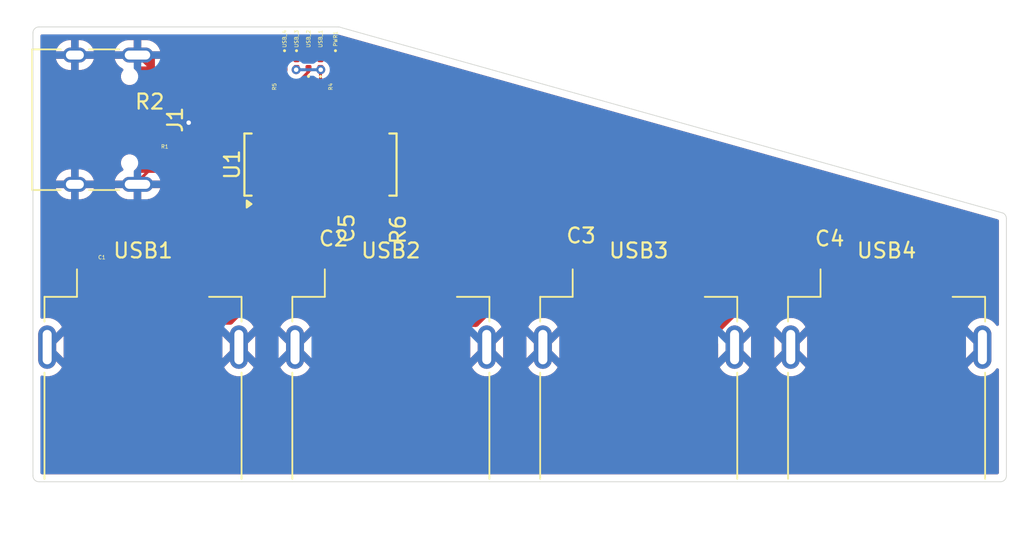
<source format=kicad_pcb>
(kicad_pcb (version 20240108) (generator "pcbnew") (generator_version "8.0")
  (layers (0 "F.Cu" signal) (31 "B.Cu" signal) (34 "B.Paste" user) (35 "F.Paste" user) (36 "B.SilkS" user "B.Silkscreen") (37 "F.SilkS" user "F.Silkscreen") (38 "B.Mask" user) (39 "F.Mask" user) (44 "Edge.Cuts" user))
  (net 0 "")
  (net 4 "D4_P")
  (net 5 "D3_P")
  (net 6 "+3.3V")
  (net 7 "Net-(U1-LED2)")
  (net 8 "Net-(U1-LED1{slash}EESCL)")
  (net 9 "D2_P")
  (net 10 "D1_P")
  (net 12 "D2_N")
  (net 13 "D4_N")
  (net 14 "+5V")
  (net 15 "Net-(U1-REXT)")
  (net 17 "D3_N")
  (net 18 "USB_DP")
  (net 19 "D1_N")
  (net 21 "GNDREF")
  (net 22 "USB_DM")
  (net 24 "Net-(J1-CC2)")
  (net 26 "Net-(J1-CC1)")
  (net 27 "Net-(U1-VD18)")
  (net 28 "Net-(U1-DRV)")
  (net 29 "Net-(PWR1-A)")
  (net 30 "Net-(USB_1-K)")
  (net 31 "Net-(USB_2-K)")
  (footprint "Connector_USB:USB_A_Receptacle_GCT_USB1046" (layer "F.Cu") (at 174.4 110.55)
    (property "Reference" "USB4" (at 0 -10 0) (layer "F.SilkS"))
    (property "Value" "USB_A")
    (fp_line (start -6.58 -6.91) (end -6.58 -5.26) (stroke (width 0.12)) (layer "F.SilkS"))
    (fp_line (start -6.58 -1.84) (end -6.58 5.25) (stroke (width 0.12)) (layer "F.SilkS"))
    (fp_line (start -4.41 -6.91) (end -6.58 -6.91) (stroke (width 0.12)) (layer "F.SilkS"))
    (fp_line (start -4.41 -6.91) (end -4.41 -8.75) (stroke (width 0.12)) (layer "F.SilkS"))
    (fp_line (start 4.41 -6.91) (end 6.58 -6.91) (stroke (width 0.12)) (layer "F.SilkS"))
    (fp_line (start 6.58 -6.91) (end 6.58 -5.26) (stroke (width 0.12)) (layer "F.SilkS"))
    (fp_line (start 6.58 -1.84) (end 6.58 5.25) (stroke (width 0.12)) (layer "F.SilkS"))
    (pad "1" smd roundrect (at -3.5 -7.25) (size 1.3 3) (layers "F.Cu" "F.Paste" "F.Mask") (net 14 "+5V"))
    (pad "2" smd roundrect (at -1 -7.25) (size 1.3 3) (layers "F.Cu" "F.Paste" "F.Mask") (net 13 "D4_N"))
    (pad "3" smd roundrect (at 1 -7.25) (size 1.3 3) (layers "F.Cu" "F.Paste" "F.Mask") (net 4 "D4_P"))
    (pad "4" smd roundrect (at 3.5 -7.25) (size 1.3 3) (layers "F.Cu" "F.Paste" "F.Mask") (net 21 "GNDREF"))
    (pad "5" thru_hole oval (at -6.4 -3.55) (size 1.2 2.9) (drill oval 0.6 2.3) (layers "*.Cu" "*.Mask") (net 21 "GNDREF"))
    (pad "5" thru_hole oval (at 6.4 -3.55) (size 1.2 2.9) (drill oval 0.6 2.3) (layers "*.Cu" "*.Mask") (net 21 "GNDREF"))
  )
  (footprint "Resistor_SMD:R_0201_0603Metric" (layer "F.Cu") (at 134.2 89.595 90)
    (property "Reference" "R5" (hide yes))
    (property "Value" "100ohm" (hide yes))
    (fp_text user "${REFERENCE}" (at 0 -0.68 90) (layer "F.SilkS") (effects (font (size 0.25 0.25) (thickness 0.04))))
    (pad "1" smd roundrect (at -0.32 0 90) (size 0.46 0.4) (layers "F.Cu" "F.Mask") (net 7 "Net-(U1-LED2)"))
    (pad "2" smd roundrect (at 0.32 0 90) (size 0.46 0.4) (layers "F.Cu" "F.Mask") (net 31 "Net-(USB_2-K)"))
  )
  (footprint "Resistor_SMD:R_01005_0402Metric" (layer "F.Cu") (at 127.2 90.6 180)
    (property "Reference" "R2" (at 2 0 360) (layer "F.SilkS"))
    (property "Value" "5.1k" (hide yes))
    (pad "1" smd roundrect (at -0.25 0 180) (size 0.4 0.3) (layers "F.Cu" "F.Mask") (net 21 "GNDREF"))
    (pad "2" smd roundrect (at 0.25 0 180) (size 0.4 0.3) (layers "F.Cu" "F.Mask") (net 26 "Net-(J1-CC1)"))
  )
  (footprint "Diode_SMD:D_0201_0603Metric" (layer "F.Cu") (at 134.2 88.05 -90)
    (property "Reference" "USB_4" (hide yes))
    (property "Value" "G-LED" (hide yes))
    (fp_circle (center -0.86 0) (end -0.81 0) (stroke (width 0.1)) (fill none) (layer "F.SilkS"))
    (fp_text user "${REFERENCE}" (at -1.655 0 90) (layer "F.SilkS") (effects (font (size 0.25 0.25) (thickness 0.04))))
    (pad "1" smd roundrect (at -0.32 0 270) (size 0.46 0.4) (layers "F.Cu" "F.Mask") (net 21 "GNDREF"))
    (pad "2" smd roundrect (at 0.32 0 270) (size 0.46 0.4) (layers "F.Cu" "F.Mask") (net 31 "Net-(USB_2-K)"))
  )
  (footprint "Resistor_SMD:R_01005_0402Metric" (layer "F.Cu") (at 127.2 93.6 180)
    (property "Reference" "R1" (hide yes))
    (property "Value" "5.1k" (hide yes))
    (fp_text user "${REFERENCE}" (at 1 0 360) (layer "F.SilkS") (effects (font (size 0.25 0.25) (thickness 0.04))))
    (pad "1" smd roundrect (at -0.25 0 180) (size 0.4 0.3) (layers "F.Cu" "F.Mask") (net 21 "GNDREF"))
    (pad "2" smd roundrect (at 0.25 0 180) (size 0.4 0.3) (layers "F.Cu" "F.Mask") (net 24 "Net-(J1-CC2)"))
  )
  (footprint "Connector_USB:USB_A_Receptacle_GCT_USB1046" (layer "F.Cu") (at 124.75 110.55)
    (property "Reference" "USB1" (at 0 -10 0) (layer "F.SilkS"))
    (property "Value" "USB_A")
    (fp_line (start -6.58 -6.91) (end -6.58 -5.26) (stroke (width 0.12)) (layer "F.SilkS"))
    (fp_line (start -6.58 -1.84) (end -6.58 5.25) (stroke (width 0.12)) (layer "F.SilkS"))
    (fp_line (start -4.41 -6.91) (end -6.58 -6.91) (stroke (width 0.12)) (layer "F.SilkS"))
    (fp_line (start -4.41 -6.91) (end -4.41 -8.75) (stroke (width 0.12)) (layer "F.SilkS"))
    (fp_line (start 4.41 -6.91) (end 6.58 -6.91) (stroke (width 0.12)) (layer "F.SilkS"))
    (fp_line (start 6.58 -6.91) (end 6.58 -5.26) (stroke (width 0.12)) (layer "F.SilkS"))
    (fp_line (start 6.58 -1.84) (end 6.58 5.25) (stroke (width 0.12)) (layer "F.SilkS"))
    (pad "1" smd roundrect (at -3.5 -7.25) (size 1.3 3) (layers "F.Cu" "F.Paste" "F.Mask") (net 14 "+5V"))
    (pad "2" smd roundrect (at -1 -7.25) (size 1.3 3) (layers "F.Cu" "F.Paste" "F.Mask") (net 19 "D1_N"))
    (pad "3" smd roundrect (at 1 -7.25) (size 1.3 3) (layers "F.Cu" "F.Paste" "F.Mask") (net 10 "D1_P"))
    (pad "4" smd roundrect (at 3.5 -7.25) (size 1.3 3) (layers "F.Cu" "F.Paste" "F.Mask") (net 21 "GNDREF"))
    (pad "5" thru_hole oval (at -6.4 -3.55) (size 1.2 2.9) (drill oval 0.6 2.3) (layers "*.Cu" "*.Mask") (net 21 "GNDREF"))
    (pad "5" thru_hole oval (at 6.4 -3.55) (size 1.2 2.9) (drill oval 0.6 2.3) (layers "*.Cu" "*.Mask") (net 21 "GNDREF"))
  )
  (footprint "Resistor_SMD:R_0201_0603Metric" (layer "F.Cu") (at 137.6 89.6 -90)
    (property "Reference" "R3" (hide yes))
    (property "Value" "100ohm" (hide yes))
    (pad "1" smd roundrect (at -0.32 0 270) (size 0.46 0.4) (layers "F.Cu" "F.Mask") (net 29 "Net-(PWR1-A)"))
    (pad "2" smd roundrect (at 0.32 0 270) (size 0.46 0.4) (layers "F.Cu" "F.Mask") (net 28 "Net-(U1-DRV)"))
  )
  (footprint "Capacitor_SMD:C_0201_0603Metric" (layer "F.Cu") (at 154 100.6)
    (property "Reference" "C3" (at 0 -1.05 0) (layer "F.SilkS"))
    (property "Value" "10uf")
    (pad "1" smd roundrect (at -0.32 0) (size 0.46 0.4) (layers "F.Cu" "F.Mask") (net 21 "GNDREF"))
    (pad "2" smd roundrect (at 0.32 0) (size 0.46 0.4) (layers "F.Cu" "F.Mask") (net 14 "+5V"))
  )
  (footprint "Package_SO:SSOP-28_3.9x9.9mm_P0.635mm" (layer "F.Cu") (at 136.6 94.8 90)
    (property "Reference" "U1" (at 0 -5.9 90) (layer "F.SilkS"))
    (property "Value" "FE1.1s")
    (fp_line (start 2.075 -5.08) (end 2.075 -4.6) (stroke (width 0.15)) (layer "F.SilkS"))
    (fp_line (start -2.075 -5.08) (end 2.075 -5.08) (stroke (width 0.15)) (layer "F.SilkS"))
    (fp_line (start -2.075 -5.08) (end -2.075 -4.6) (stroke (width 0.15)) (layer "F.SilkS"))
    (fp_line (start 2.075 5.08) (end 2.075 4.6) (stroke (width 0.15)) (layer "F.SilkS"))
    (fp_line (start -2.075 5.08) (end -2.075 4.6) (stroke (width 0.15)) (layer "F.SilkS"))
    (fp_line (start -2.075 5.08) (end 2.075 5.08) (stroke (width 0.15)) (layer "F.SilkS"))
    (fp_poly (pts (xy -2.6375 -4.6) (xy -2.8775 -4.93) (xy -2.3975 -4.93) (xy -2.6375 -4.6)) (stroke (width 0.12)) (fill solid) (layer "F.SilkS"))
    (pad "1" smd rect (at -2.6 -4.1275 90) (size 1.2 0.4) (layers "F.Cu" "F.Paste" "F.Mask") (net 21 "GNDREF"))
    (pad "2" smd rect (at -2.6 -3.4925 90) (size 1.2 0.4) (layers "F.Cu" "F.Paste" "F.Mask"))
    (pad "3" smd rect (at -2.6 -2.8575 90) (size 1.2 0.4) (layers "F.Cu" "F.Paste" "F.Mask"))
    (pad "4" smd rect (at -2.6 -2.2225 90) (size 1.2 0.4) (layers "F.Cu" "F.Paste" "F.Mask") (net 13 "D4_N"))
    (pad "5" smd rect (at -2.6 -1.5875 90) (size 1.2 0.4) (layers "F.Cu" "F.Paste" "F.Mask") (net 4 "D4_P"))
    (pad "6" smd rect (at -2.6 -0.9525 90) (size 1.2 0.4) (layers "F.Cu" "F.Paste" "F.Mask") (net 17 "D3_N"))
    (pad "7" smd rect (at -2.6 -0.3175 90) (size 1.2 0.4) (layers "F.Cu" "F.Paste" "F.Mask") (net 5 "D3_P"))
    (pad "8" smd rect (at -2.6 0.3175 90) (size 1.2 0.4) (layers "F.Cu" "F.Paste" "F.Mask") (net 12 "D2_N"))
    (pad "9" smd rect (at -2.6 0.9525 90) (size 1.2 0.4) (layers "F.Cu" "F.Paste" "F.Mask") (net 9 "D2_P"))
    (pad "10" smd rect (at -2.6 1.5875 90) (size 1.2 0.4) (layers "F.Cu" "F.Paste" "F.Mask") (net 19 "D1_N"))
    (pad "11" smd rect (at -2.6 2.2225 90) (size 1.2 0.4) (layers "F.Cu" "F.Paste" "F.Mask") (net 10 "D1_P"))
    (pad "12" smd rect (at -2.6 2.8575 90) (size 1.2 0.4) (layers "F.Cu" "F.Paste" "F.Mask") (net 27 "Net-(U1-VD18)"))
    (pad "13" smd rect (at -2.6 3.4925 90) (size 1.2 0.4) (layers "F.Cu" "F.Paste" "F.Mask") (net 6 "+3.3V"))
    (pad "14" smd rect (at -2.6 4.1275 90) (size 1.2 0.4) (layers "F.Cu" "F.Paste" "F.Mask") (net 15 "Net-(U1-REXT)"))
    (pad "15" smd rect (at 2.6 4.1275 90) (size 1.2 0.4) (layers "F.Cu" "F.Paste" "F.Mask") (net 22 "USB_DM"))
    (pad "16" smd rect (at 2.6 3.4925 90) (size 1.2 0.4) (layers "F.Cu" "F.Paste" "F.Mask") (net 18 "USB_DP"))
    (pad "17" smd rect (at 2.6 2.8575 90) (size 1.2 0.4) (layers "F.Cu" "F.Paste" "F.Mask") (net 6 "+3.3V"))
    (pad "18" smd rect (at 2.6 2.2225 90) (size 1.2 0.4) (layers "F.Cu" "F.Paste" "F.Mask"))
    (pad "19" smd rect (at 2.6 1.5875 90) (size 1.2 0.4) (layers "F.Cu" "F.Paste" "F.Mask") (net 6 "+3.3V"))
    (pad "20" smd rect (at 2.6 0.9525 90) (size 1.2 0.4) (layers "F.Cu" "F.Paste" "F.Mask") (net 14 "+5V"))
    (pad "21" smd rect (at 2.6 0.3175 90) (size 1.2 0.4) (layers "F.Cu" "F.Paste" "F.Mask") (net 6 "+3.3V"))
    (pad "22" smd rect (at 2.6 -0.3175 90) (size 1.2 0.4) (layers "F.Cu" "F.Paste" "F.Mask") (net 28 "Net-(U1-DRV)"))
    (pad "23" smd rect (at 2.6 -0.9525 90) (size 1.2 0.4) (layers "F.Cu" "F.Paste" "F.Mask") (net 8 "Net-(U1-LED1{slash}EESCL)"))
    (pad "24" smd rect (at 2.6 -1.5875 90) (size 1.2 0.4) (layers "F.Cu" "F.Paste" "F.Mask") (net 7 "Net-(U1-LED2)"))
    (pad "25" smd rect (at 2.6 -2.2225 90) (size 1.2 0.4) (layers "F.Cu" "F.Paste" "F.Mask"))
    (pad "26" smd rect (at 2.6 -2.8575 90) (size 1.2 0.4) (layers "F.Cu" "F.Paste" "F.Mask"))
    (pad "27" smd rect (at 2.6 -3.4925 90) (size 1.2 0.4) (layers "F.Cu" "F.Paste" "F.Mask"))
    (pad "28" smd rect (at 2.6 -4.1275 90) (size 1.2 0.4) (layers "F.Cu" "F.Paste" "F.Mask") (net 27 "Net-(U1-VD18)"))
  )
  (footprint "Capacitor_SMD:C_0201_0603Metric" (layer "F.Cu") (at 170.6 100.8)
    (property "Reference" "C4" (at 0 -1.05 0) (layer "F.SilkS"))
    (property "Value" "10uf")
    (pad "1" smd roundrect (at -0.32 0) (size 0.46 0.4) (layers "F.Cu" "F.Mask") (net 21 "GNDREF"))
    (pad "2" smd roundrect (at 0.32 0) (size 0.46 0.4) (layers "F.Cu" "F.Mask") (net 14 "+5V"))
  )
  (footprint "Connector_USB:USB_A_Receptacle_GCT_USB1046" (layer "F.Cu") (at 157.85 110.55)
    (property "Reference" "USB3" (at 0 -10 0) (layer "F.SilkS"))
    (property "Value" "USB_A")
    (fp_line (start -6.58 -6.91) (end -6.58 -5.26) (stroke (width 0.12)) (layer "F.SilkS"))
    (fp_line (start -6.58 -1.84) (end -6.58 5.25) (stroke (width 0.12)) (layer "F.SilkS"))
    (fp_line (start -4.41 -6.91) (end -6.58 -6.91) (stroke (width 0.12)) (layer "F.SilkS"))
    (fp_line (start -4.41 -6.91) (end -4.41 -8.75) (stroke (width 0.12)) (layer "F.SilkS"))
    (fp_line (start 4.41 -6.91) (end 6.58 -6.91) (stroke (width 0.12)) (layer "F.SilkS"))
    (fp_line (start 6.58 -6.91) (end 6.58 -5.26) (stroke (width 0.12)) (layer "F.SilkS"))
    (fp_line (start 6.58 -1.84) (end 6.58 5.25) (stroke (width 0.12)) (layer "F.SilkS"))
    (pad "1" smd roundrect (at -3.5 -7.25) (size 1.3 3) (layers "F.Cu" "F.Paste" "F.Mask") (net 14 "+5V"))
    (pad "2" smd roundrect (at -1 -7.25) (size 1.3 3) (layers "F.Cu" "F.Paste" "F.Mask") (net 17 "D3_N"))
    (pad "3" smd roundrect (at 1 -7.25) (size 1.3 3) (layers "F.Cu" "F.Paste" "F.Mask") (net 5 "D3_P"))
    (pad "4" smd roundrect (at 3.5 -7.25) (size 1.3 3) (layers "F.Cu" "F.Paste" "F.Mask") (net 21 "GNDREF"))
    (pad "5" thru_hole oval (at -6.4 -3.55) (size 1.2 2.9) (drill oval 0.6 2.3) (layers "*.Cu" "*.Mask") (net 21 "GNDREF"))
    (pad "5" thru_hole oval (at 6.4 -3.55) (size 1.2 2.9) (drill oval 0.6 2.3) (layers "*.Cu" "*.Mask") (net 21 "GNDREF"))
  )
  (footprint "Capacitor_SMD:C_0201_0603Metric" (layer "F.Cu") (at 121 101)
    (property "Reference" "C1" (hide yes))
    (property "Value" "10uf" (hide yes))
    (fp_text user "${REFERENCE}" (at 1 0 0) (layer "F.SilkS") (effects (font (size 0.25 0.25) (thickness 0.04))))
    (pad "1" smd roundrect (at -0.32 0) (size 0.46 0.4) (layers "F.Cu" "F.Mask") (net 21 "GNDREF"))
    (pad "2" smd roundrect (at 0.32 0) (size 0.46 0.4) (layers "F.Cu" "F.Mask") (net 14 "+5V"))
  )
  (footprint "Diode_SMD:D_0201_0603Metric" (layer "F.Cu") (at 135.8 88.05 90)
    (property "Reference" "USB_2" (hide yes))
    (property "Value" "G-LED" (hide yes))
    (fp_circle (center -0.86 0) (end -0.81 0) (stroke (width 0.1)) (fill none) (layer "F.SilkS"))
    (fp_text user "${REFERENCE}" (at 1.655 0 90) (layer "F.SilkS") (effects (font (size 0.25 0.25) (thickness 0.04))))
    (pad "1" smd roundrect (at -0.32 0 90) (size 0.46 0.4) (layers "F.Cu" "F.Mask") (net 31 "Net-(USB_2-K)"))
    (pad "2" smd roundrect (at 0.32 0 90) (size 0.46 0.4) (layers "F.Cu" "F.Mask") (net 21 "GNDREF"))
  )
  (footprint "Connector_USB:USB_C_Receptacle_HRO_TYPE-C-31-M-12" (layer "F.Cu") (at 121.25 91.8 -90)
    (property "Reference" "J1" (at 0 -5.645 90) (layer "F.SilkS"))
    (property "Value" "TYPE_C")
    (fp_line (start -4.7 3.9) (end 4.7 3.9) (stroke (width 0.12)) (layer "F.SilkS"))
    (fp_line (start -4.7 2) (end -4.7 3.9) (stroke (width 0.12)) (layer "F.SilkS"))
    (fp_line (start 4.7 2) (end 4.7 3.9) (stroke (width 0.12)) (layer "F.SilkS"))
    (fp_line (start -4.7 -1.9) (end -4.7 0.1) (stroke (width 0.12)) (layer "F.SilkS"))
    (fp_line (start 4.7 -1.9) (end 4.7 0.1) (stroke (width 0.12)) (layer "F.SilkS"))
    (pad "" np_thru_hole circle (at -2.89 -2.6 270) (size 0.65 0.65) (drill 0.65) (layers "*.Cu" "*.Mask"))
    (pad "" np_thru_hole circle (at 2.89 -2.6 270) (size 0.65 0.65) (drill 0.65) (layers "*.Cu" "*.Mask"))
    (pad "A1" smd rect (at -3.25 -4.045 270) (size 0.6 1.45) (layers "F.Cu" "F.Paste" "F.Mask") (net 21 "GNDREF"))
    (pad "A4" smd rect (at -2.45 -4.045 270) (size 0.6 1.45) (layers "F.Cu" "F.Paste" "F.Mask") (net 14 "+5V"))
    (pad "A5" smd rect (at -1.25 -4.045 270) (size 0.3 1.45) (layers "F.Cu" "F.Paste" "F.Mask") (net 26 "Net-(J1-CC1)"))
    (pad "A6" smd rect (at -0.25 -4.045 270) (size 0.3 1.45) (layers "F.Cu" "F.Paste" "F.Mask") (net 18 "USB_DP"))
    (pad "A7" smd rect (at 0.25 -4.045 270) (size 0.3 1.45) (layers "F.Cu" "F.Paste" "F.Mask") (net 22 "USB_DM"))
    (pad "A8" smd rect (at 1.25 -4.045 270) (size 0.3 1.45) (layers "F.Cu" "F.Paste" "F.Mask"))
    (pad "A9" smd rect (at 2.45 -4.045 270) (size 0.6 1.45) (layers "F.Cu" "F.Paste" "F.Mask") (net 14 "+5V"))
    (pad "A12" smd rect (at 3.25 -4.045 270) (size 0.6 1.45) (layers "F.Cu" "F.Paste" "F.Mask") (net 21 "GNDREF"))
    (pad "B1" smd rect (at 3.25 -4.045 270) (size 0.6 1.45) (layers "F.Cu" "F.Paste" "F.Mask") (net 21 "GNDREF"))
    (pad "B4" smd rect (at 2.45 -4.045 270) (size 0.6 1.45) (layers "F.Cu" "F.Paste" "F.Mask") (net 14 "+5V"))
    (pad "B5" smd rect (at 1.75 -4.045 270) (size 0.3 1.45) (layers "F.Cu" "F.Paste" "F.Mask") (net 24 "Net-(J1-CC2)"))
    (pad "B6" smd rect (at 0.75 -4.045 270) (size 0.3 1.45) (layers "F.Cu" "F.Paste" "F.Mask") (net 18 "USB_DP"))
    (pad "B7" smd rect (at -0.75 -4.045 270) (size 0.3 1.45) (layers "F.Cu" "F.Paste" "F.Mask") (net 22 "USB_DM"))
    (pad "B8" smd rect (at -1.75 -4.045 270) (size 0.3 1.45) (layers "F.Cu" "F.Paste" "F.Mask"))
    (pad "B9" smd rect (at -2.45 -4.045 270) (size 0.6 1.45) (layers "F.Cu" "F.Paste" "F.Mask") (net 14 "+5V"))
    (pad "B12" smd rect (at -3.25 -4.045 270) (size 0.6 1.45) (layers "F.Cu" "F.Paste" "F.Mask") (net 21 "GNDREF"))
    (pad "S1" thru_hole oval (at -4.32 -3.13 270) (size 1 2.1) (drill oval 0.6 1.7) (layers "*.Cu" "*.Mask") (net 21 "GNDREF"))
    (pad "S1" thru_hole oval (at -4.32 1.05 270) (size 1 1.6) (drill oval 0.6 1.2) (layers "*.Cu" "*.Mask") (net 21 "GNDREF"))
    (pad "S1" thru_hole oval (at 4.32 -3.13 270) (size 1 2.1) (drill oval 0.6 1.7) (layers "*.Cu" "*.Mask") (net 21 "GNDREF"))
    (pad "S1" thru_hole oval (at 4.32 1.05 270) (size 1 1.6) (drill oval 0.6 1.2) (layers "*.Cu" "*.Mask") (net 21 "GNDREF"))
  )
  (footprint "Capacitor_SMD:C_0201_0603Metric" (layer "F.Cu") (at 137.48 100.8)
    (property "Reference" "C2" (at 0 -1.05 0) (layer "F.SilkS"))
    (property "Value" "10uf")
    (pad "1" smd roundrect (at -0.32 0) (size 0.46 0.4) (layers "F.Cu" "F.Mask") (net 21 "GNDREF"))
    (pad "2" smd roundrect (at 0.32 0) (size 0.46 0.4) (layers "F.Cu" "F.Mask") (net 14 "+5V"))
  )
  (footprint "Capacitor_SMD:C_0201_0603Metric" (layer "F.Cu") (at 139.4 99.055 90)
    (property "Reference" "C5" (at 0 -1.05 90) (layer "F.SilkS"))
    (property "Value" "10uf")
    (pad "1" smd roundrect (at -0.32 0 90) (size 0.46 0.4) (layers "F.Cu" "F.Mask") (net 21 "GNDREF"))
    (pad "2" smd roundrect (at 0.32 0 90) (size 0.46 0.4) (layers "F.Cu" "F.Mask") (net 27 "Net-(U1-VD18)"))
  )
  (footprint "Resistor_SMD:R_0201_0603Metric" (layer "F.Cu") (at 140.7275 99.145 -90)
    (property "Reference" "R6" (at 0 -1.05 90) (layer "F.SilkS"))
    (property "Value" "2.7k ohm" (hide yes))
    (pad "1" smd roundrect (at -0.32 0 270) (size 0.46 0.4) (layers "F.Cu" "F.Mask") (net 15 "Net-(U1-REXT)"))
    (pad "2" smd roundrect (at 0.32 0 270) (size 0.46 0.4) (layers "F.Cu" "F.Mask") (net 21 "GNDREF"))
  )
  (footprint "Resistor_SMD:R_0201_0603Metric" (layer "F.Cu") (at 136.6 89.595 -90)
    (property "Reference" "R4" (hide yes))
    (property "Value" "100ohm" (hide yes))
    (fp_text user "${REFERENCE}" (at 0 -0.68 90) (layer "F.SilkS") (effects (font (size 0.25 0.25) (thickness 0.04))))
    (pad "1" smd roundrect (at -0.32 0 270) (size 0.46 0.4) (layers "F.Cu" "F.Mask") (net 30 "Net-(USB_1-K)"))
    (pad "2" smd roundrect (at 0.32 0 270) (size 0.46 0.4) (layers "F.Cu" "F.Mask") (net 8 "Net-(U1-LED1{slash}EESCL)"))
  )
  (footprint "Diode_SMD:D_0201_0603Metric" (layer "F.Cu") (at 136.6 88.05 90)
    (property "Reference" "USB_1" (hide yes))
    (property "Value" "G-LED" (hide yes))
    (fp_circle (center -0.86 0) (end -0.81 0) (stroke (width 0.1)) (fill none) (layer "F.SilkS"))
    (fp_text user "${REFERENCE}" (at 1.655 0 90) (layer "F.SilkS") (effects (font (size 0.25 0.25) (thickness 0.04))))
    (pad "1" smd roundrect (at -0.32 0 90) (size 0.46 0.4) (layers "F.Cu" "F.Mask") (net 30 "Net-(USB_1-K)"))
    (pad "2" smd roundrect (at 0.32 0 90) (size 0.46 0.4) (layers "F.Cu" "F.Mask") (net 21 "GNDREF"))
  )
  (footprint "Diode_SMD:D_0201_0603Metric" (layer "F.Cu") (at 137.6 88.05 -90)
    (property "Reference" "PWR1" (hide yes))
    (property "Value" "R-LED" (hide yes))
    (fp_circle (center -0.86 0) (end -0.81 0) (stroke (width 0.1)) (fill none) (layer "F.SilkS"))
    (fp_text user "${REFERENCE}" (at -1.65 0 90) (layer "F.SilkS") (effects (font (size 0.25 0.25) (thickness 0.04))))
    (pad "1" smd roundrect (at -0.32 0 270) (size 0.46 0.4) (layers "F.Cu" "F.Mask") (net 21 "GNDREF"))
    (pad "2" smd roundrect (at 0.32 0 270) (size 0.46 0.4) (layers "F.Cu" "F.Mask") (net 29 "Net-(PWR1-A)"))
  )
  (footprint "Diode_SMD:D_0201_0603Metric" (layer "F.Cu") (at 135 88.05 -90)
    (property "Reference" "USB_3" (hide yes))
    (property "Value" "G-LED" (hide yes))
    (fp_circle (center -0.86 0) (end -0.81 0) (stroke (width 0.1)) (fill none) (layer "F.SilkS"))
    (fp_text user "${REFERENCE}" (at -1.655 0 90) (layer "F.SilkS") (effects (font (size 0.25 0.25) (thickness 0.04))))
    (pad "1" smd roundrect (at -0.32 0 270) (size 0.46 0.4) (layers "F.Cu" "F.Mask") (net 21 "GNDREF"))
    (pad "2" smd roundrect (at 0.32 0 270) (size 0.46 0.4) (layers "F.Cu" "F.Mask") (net 30 "Net-(USB_1-K)"))
  )
  (footprint "Connector_USB:USB_A_Receptacle_GCT_USB1046" (layer "F.Cu") (at 141.3 110.55)
    (property "Reference" "USB2" (at 0 -10 0) (layer "F.SilkS"))
    (property "Value" "USB_A")
    (fp_line (start -6.58 -6.91) (end -6.58 -5.26) (stroke (width 0.12)) (layer "F.SilkS"))
    (fp_line (start -6.58 -1.84) (end -6.58 5.25) (stroke (width 0.12)) (layer "F.SilkS"))
    (fp_line (start -4.41 -6.91) (end -6.58 -6.91) (stroke (width 0.12)) (layer "F.SilkS"))
    (fp_line (start -4.41 -6.91) (end -4.41 -8.75) (stroke (width 0.12)) (layer "F.SilkS"))
    (fp_line (start 4.41 -6.91) (end 6.58 -6.91) (stroke (width 0.12)) (layer "F.SilkS"))
    (fp_line (start 6.58 -6.91) (end 6.58 -5.26) (stroke (width 0.12)) (layer "F.SilkS"))
    (fp_line (start 6.58 -1.84) (end 6.58 5.25) (stroke (width 0.12)) (layer "F.SilkS"))
    (pad "1" smd roundrect (at -3.5 -7.25) (size 1.3 3) (layers "F.Cu" "F.Paste" "F.Mask") (net 14 "+5V"))
    (pad "2" smd roundrect (at -1 -7.25) (size 1.3 3) (layers "F.Cu" "F.Paste" "F.Mask") (net 12 "D2_N"))
    (pad "3" smd roundrect (at 1 -7.25) (size 1.3 3) (layers "F.Cu" "F.Paste" "F.Mask") (net 9 "D2_P"))
    (pad "4" smd roundrect (at 3.5 -7.25) (size 1.3 3) (layers "F.Cu" "F.Paste" "F.Mask") (net 21 "GNDREF"))
    (pad "5" thru_hole oval (at -6.4 -3.55) (size 1.2 2.9) (drill oval 0.6 2.3) (layers "*.Cu" "*.Mask") (net 21 "GNDREF"))
    (pad "5" thru_hole oval (at 6.4 -3.55) (size 1.2 2.9) (drill oval 0.6 2.3) (layers "*.Cu" "*.Mask") (net 21 "GNDREF"))
  )
  (gr_line (start 182.4 115.6) (end 182.4 98.4) (stroke (width 0.05)) (layer "Edge.Cuts"))
  (gr_arc (start 117.4 86) (mid 117.517157 85.717157) (end 117.8 85.6) (stroke (width 0.05)) (layer "Edge.Cuts"))
  (gr_arc (start 182.178885 98.04223) (mid 182.340259 98.189708) (end 182.399999 98.4) (stroke (width 0.05)) (layer "Edge.Cuts"))
  (gr_line (start 182.178885 98.04223) (end 137.978885 85.642229) (stroke (width 0.05)) (layer "Edge.Cuts"))
  (gr_arc (start 137.8 85.6) (mid 137.891901 85.6107) (end 137.978885 85.642229) (stroke (width 0.05)) (layer "Edge.Cuts"))
  (gr_line (start 137.8 85.6) (end 117.8 85.6) (stroke (width 0.05)) (layer "Edge.Cuts"))
  (gr_line (start 117.8 116) (end 182 116) (stroke (width 0.05)) (layer "Edge.Cuts"))
  (gr_line (start 117.4 86) (end 117.4 115.6) (stroke (width 0.05)) (layer "Edge.Cuts"))
  (gr_arc (start 182.4 115.6) (mid 182.282843 115.882843) (end 182 116) (stroke (width 0.05)) (layer "Edge.Cuts"))
  (gr_arc (start 117.8 116) (mid 117.517157 115.882843) (end 117.4 115.6) (stroke (width 0.05)) (layer "Edge.Cuts"))
  (segment (start 140.0925 93.6925) (end 139.5875 93.1875) (width 0.2) (layer "F.Cu") (net 6))
  (segment (start 140.0925 97.4) (end 140.0925 93.6925) (width 0.2) (layer "F.Cu") (net 6))
  (segment (start 139.4575 93.0575) (end 139.4575 92.2) (width 0.2) (layer "F.Cu") (net 6))
  (segment (start 138.1875 93.1875) (end 137.105 93.1875) (width 0.2) (layer "F.Cu") (net 6))
  (segment (start 138.1875 93.1875) (end 138.1875 92.2) (width 0.2) (layer "F.Cu") (net 6))
  (segment (start 136.9175 93) (end 136.9175 92.2) (width 0.2) (layer "F.Cu") (net 6))
  (segment (start 137.105 93.1875) (end 136.9175 93) (width 0.2) (layer "F.Cu") (net 6))
  (segment (start 140.0925 93.6925) (end 139.4575 93.0575) (width 0.2) (layer "F.Cu") (net 6))
  (segment (start 139.5875 93.1875) (end 138.1875 93.1875) (width 0.2) (layer "F.Cu") (net 6))
  (segment (start 134.2 89.915) (end 135.0125 90.7275) (width 0.2) (layer "F.Cu") (net 7))
  (segment (start 135.0125 90.7275) (end 135.0125 92.2) (width 0.2) (layer "F.Cu") (net 7))
  (segment (start 136.6 89.915) (end 135.6475 90.8675) (width 0.2) (layer "F.Cu") (net 8))
  (segment (start 135.6475 90.8675) (end 135.6475 92.2) (width 0.2) (layer "F.Cu") (net 8))
  (segment (start 137.8 103.3) (end 137.8 104.799999) (width 0.5) (layer "F.Cu") (net 14))
  (segment (start 121.25 104.799999) (end 121.700001 105.25) (width 0.5) (layer "F.Cu") (net 14))
  (segment (start 146.965076 105.4) (end 149.065076 103.3) (width 0.5) (layer "F.Cu") (net 14))
  (segment (start 130.8 94.25) (end 130.8 103.6) (width 0.5) (layer "F.Cu") (net 14))
  (segment (start 154.32 100.6) (end 154.32 103.27) (width 0.2) (layer "F.Cu") (net 14))
  (segment (start 162.515076 106.4) (end 165.615076 103.3) (width 0.5) (layer "F.Cu") (net 14))
  (segment (start 137.8 100.8) (end 137.8 103.3) (width 0.2) (layer "F.Cu") (net 14))
  (segment (start 138.400001 105.4) (end 146.965076 105.4) (width 0.5) (layer "F.Cu") (net 14))
  (segment (start 154.35 104.799999) (end 155.950001 106.4) (width 0.5) (layer "F.Cu") (net 14))
  (segment (start 154.32 103.27) (end 154.35 103.3) (width 0.2) (layer "F.Cu") (net 14))
  (segment (start 154.35 103.3) (end 154.35 104.799999) (width 0.5) (layer "F.Cu") (net 14))
  (segment (start 165.615076 103.3) (end 170.9 103.3) (width 0.5) (layer "F.Cu") (net 14))
  (segment (start 121.32 101) (end 121.32 103.23) (width 0.2) (layer "F.Cu") (net 14))
  (segment (start 130.8 92.6) (end 130.8 94.25) (width 0.5) (layer "F.Cu") (net 14))
  (segment (start 121.700001 105.25) (end 130.565076 105.25) (width 0.5) (layer "F.Cu") (net 14))
  (segment (start 127.55 89.35) (end 130.8 92.6) (width 0.5) (layer "F.Cu") (net 14))
  (segment (start 130.8 103.6) (end 131.507538 104.307538) (width 0.5) (layer "F.Cu") (net 14))
  (segment (start 149.065076 103.3) (end 154.35 103.3) (width 0.5) (layer "F.Cu") (net 14))
  (segment (start 132.515076 103.3) (end 137.8 103.3) (width 0.5) (layer "F.Cu") (net 14))
  (segment (start 130.565076 105.25) (end 131.507538 104.307538) (width 0.5) (layer "F.Cu") (net 14))
  (segment (start 121.25 102.744542) (end 121.25 103.3) (width 0.5) (layer "F.Cu") (net 14))
  (segment (start 121.32 103.23) (end 121.25 103.3) (width 0.2) (layer "F.Cu") (net 14))
  (segment (start 131.507538 104.307538) (end 132.515076 103.3) (width 0.5) (layer "F.Cu") (net 14))
  (segment (start 137.8 104.799999) (end 138.400001 105.4) (width 0.5) (layer "F.Cu") (net 14))
  (segment (start 155.950001 106.4) (end 162.515076 106.4) (width 0.5) (layer "F.Cu") (net 14))
  (segment (start 170.92 100.8) (end 170.92 103.28) (width 0.2) (layer "F.Cu") (net 14))
  (segment (start 125.295 89.35) (end 127.55 89.35) (width 0.5) (layer "F.Cu") (net 14))
  (segment (start 170.92 103.28) (end 170.9 103.3) (width 0.2) (layer "F.Cu") (net 14))
  (segment (start 121.25 103.3) (end 121.25 104.799999) (width 0.5) (layer "F.Cu") (net 14))
  (segment (start 125.295 94.25) (end 130.8 94.25) (width 0.5) (layer "F.Cu") (net 14))
  (segment (start 126.25 91.55) (end 125.295 91.55) (width 0.2) (layer "F.Cu") (net 18))
  (segment (start 126.27 92.55) (end 126.32 92.5) (width 0.2) (layer "F.Cu") (net 18))
  (segment (start 126.32 92.5) (end 126.32 91.62) (width 0.2) (layer "F.Cu") (net 18))
  (segment (start 125.295 92.55) (end 126.27 92.55) (width 0.2) (layer "F.Cu") (net 18))
  (segment (start 126.32 91.62) (end 126.25 91.55) (width 0.2) (layer "F.Cu") (net 18))
  (segment (start 124.38 96.12) (end 124.38 95.965) (width 0.2) (layer "F.Cu") (net 21))
  (segment (start 118.825 106.525) (end 118.35 107) (width 0.2) (layer "F.Cu") (net 21))
  (segment (start 125.295 88.55) (end 125.295 88.395) (width 0.2) (layer "F.Cu") (net 21))
  (segment (start 125.295 88.395) (end 124.38 87.48) (width 0.2) (layer "F.Cu") (net 21))
  (segment (start 124.38 95.965) (end 125.295 95.05) (width 0.2) (layer "F.Cu") (net 21))
  (via (at 127.8 92) (size 0.5) (drill 0.3) (layers "F.Cu" "B.Cu") (net 21))
  (segment (start 124.7817 91.05) (end 125.295 91.05) (width 0.2) (layer "F.Cu") (net 22))
  (segment (start 124.2683 91.05) (end 124.2683 92.05) (width 0.2) (layer "F.Cu") (net 22))
  (segment (start 125.295 92.05) (end 124.2683 92.05) (width 0.2) (layer "F.Cu") (net 22))
  (segment (start 124.7817 91.05) (end 124.2683 91.05) (width 0.2) (layer "F.Cu") (net 22))
  (segment (start 126.9 93.55) (end 126.95 93.6) (width 0.2) (layer "F.Cu") (net 24))
  (segment (start 125.295 93.55) (end 126.9 93.55) (width 0.2) (layer "F.Cu") (net 24))
  (segment (start 125.345 90.6) (end 125.295 90.55) (width 0.2) (layer "F.Cu") (net 26))
  (segment (start 126.95 90.6) (end 125.345 90.6) (width 0.2) (layer "F.Cu") (net 26))
  (segment (start 137.6 89.92) (end 136.2825 91.2375) (width 0.2) (layer "F.Cu") (net 28))
  (segment (start 136.2825 91.2375) (end 136.2825 92.2) (width 0.2) (layer "F.Cu") (net 28))
  (segment (start 137.6 88.37) (end 137.6 89.28) (width 0.2) (layer "F.Cu") (net 29))
  (segment (start 136.6 88.442) (end 136.618 88.46) (width 0.2) (layer "F.Cu") (net 30))
  (segment (start 135 88.435) (end 135 88.37) (width 0.2) (layer "F.Cu") (net 30))
  (segment (start 134.975 88.46) (end 135 88.435) (width 0.2) (layer "F.Cu") (net 30))
  (segment (start 136.6 88.37) (end 136.6 88.442) (width 0.2) (layer "F.Cu") (net 30))
  (segment (start 136.6 88.442) (end 136.6 89.275) (width 0.2) (layer "F.Cu") (net 30))
  (segment (start 136.6 88.37) (end 136.6 88.442) (width 0.2) (layer "F.Cu") (net 30))
  (via (at 136.618 88.46) (size 0.6) (drill 0.3) (layers "F.Cu" "B.Cu") (net 30))
  (via (at 134.975 88.46) (size 0.6) (drill 0.3) (layers "F.Cu" "B.Cu") (net 30))
  (segment (start 136.618 88.46) (end 134.975 88.46) (width 0.2) (layer "B.Cu") (net 30))
  (segment (start 135.125 89.275) (end 134.2 89.275) (width 0.2) (layer "F.Cu") (net 31))
  (segment (start 135.8 88.37) (end 135.8 88.6) (width 0.2) (layer "F.Cu") (net 31))
  (segment (start 134.2 88.37) (end 134.2 89.275) (width 0.2) (layer "F.Cu") (net 31))
  (segment (start 135.8 88.6) (end 135.125 89.275) (width 0.2) (layer "F.Cu") (net 31))
  (zone (net 21) (net_name "GNDREF") (layers "F&B.Cu") (connect_pads (clearance 0.3)) (min_thickness 0.2) (fill yes (thermal_gap 0.5) (thermal_bridge_width 0.5) (island_removal_mode 2) (island_area_min 10))
    (polygon (pts (xy 115.4 83.8) (xy 115.2 118) (xy 183.6 118.4) (xy 183.4 96.8) (xy 139.6 84)))
  )
)
</source>
